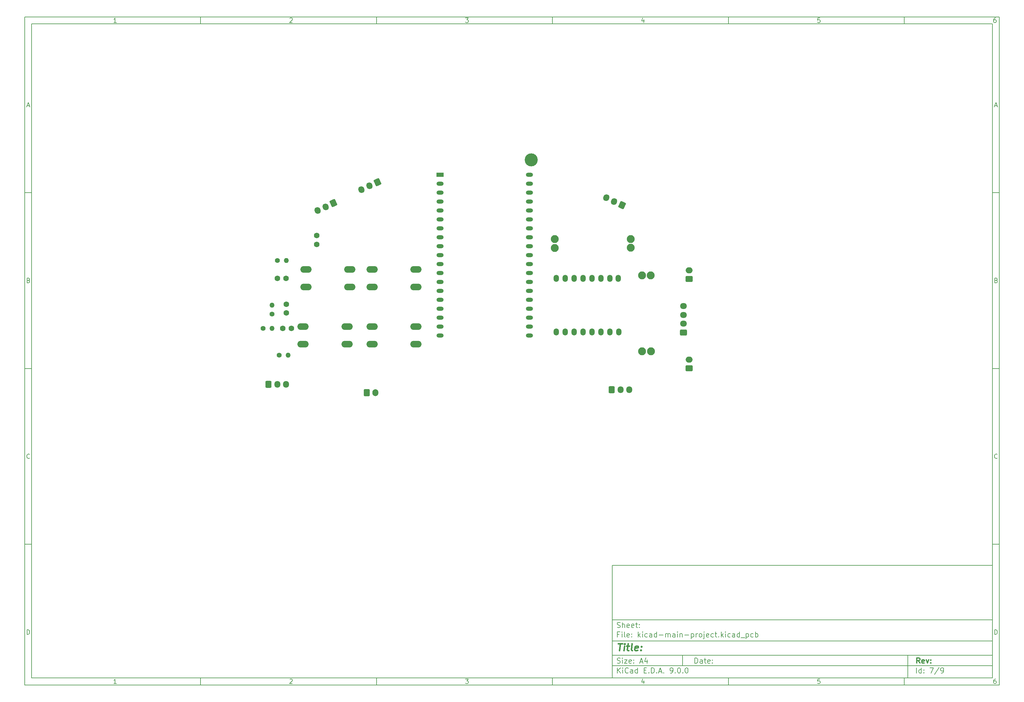
<source format=gbr>
%TF.GenerationSoftware,KiCad,Pcbnew,9.0.0*%
%TF.CreationDate,2025-05-10T22:05:33+07:00*%
%TF.ProjectId,kicad-main-project,6b696361-642d-46d6-9169-6e2d70726f6a,rev?*%
%TF.SameCoordinates,Original*%
%TF.FileFunction,Soldermask,Top*%
%TF.FilePolarity,Negative*%
%FSLAX46Y46*%
G04 Gerber Fmt 4.6, Leading zero omitted, Abs format (unit mm)*
G04 Created by KiCad (PCBNEW 9.0.0) date 2025-05-10 22:05:33*
%MOMM*%
%LPD*%
G01*
G04 APERTURE LIST*
G04 Aperture macros list*
%AMRoundRect*
0 Rectangle with rounded corners*
0 $1 Rounding radius*
0 $2 $3 $4 $5 $6 $7 $8 $9 X,Y pos of 4 corners*
0 Add a 4 corners polygon primitive as box body*
4,1,4,$2,$3,$4,$5,$6,$7,$8,$9,$2,$3,0*
0 Add four circle primitives for the rounded corners*
1,1,$1+$1,$2,$3*
1,1,$1+$1,$4,$5*
1,1,$1+$1,$6,$7*
1,1,$1+$1,$8,$9*
0 Add four rect primitives between the rounded corners*
20,1,$1+$1,$2,$3,$4,$5,0*
20,1,$1+$1,$4,$5,$6,$7,0*
20,1,$1+$1,$6,$7,$8,$9,0*
20,1,$1+$1,$8,$9,$2,$3,0*%
%AMHorizOval*
0 Thick line with rounded ends*
0 $1 width*
0 $2 $3 position (X,Y) of the first rounded end (center of the circle)*
0 $4 $5 position (X,Y) of the second rounded end (center of the circle)*
0 Add line between two ends*
20,1,$1,$2,$3,$4,$5,0*
0 Add two circle primitives to create the rounded ends*
1,1,$1,$2,$3*
1,1,$1,$4,$5*%
G04 Aperture macros list end*
%ADD10C,0.100000*%
%ADD11C,0.150000*%
%ADD12C,0.300000*%
%ADD13C,0.400000*%
%ADD14RoundRect,0.250000X0.750000X-0.600000X0.750000X0.600000X-0.750000X0.600000X-0.750000X-0.600000X0*%
%ADD15O,2.000000X1.700000*%
%ADD16O,1.950000X1.700000*%
%ADD17RoundRect,0.250000X0.725000X-0.600000X0.725000X0.600000X-0.725000X0.600000X-0.725000X-0.600000X0*%
%ADD18C,3.700000*%
%ADD19O,3.200000X1.900000*%
%ADD20O,1.500000X2.000000*%
%ADD21C,1.600000*%
%ADD22RoundRect,0.250000X-0.600000X-0.725000X0.600000X-0.725000X0.600000X0.725000X-0.600000X0.725000X0*%
%ADD23O,1.700000X1.950000*%
%ADD24C,1.400000*%
%ADD25O,1.400000X1.400000*%
%ADD26C,2.250000*%
%ADD27RoundRect,0.250000X0.237386X0.910644X-0.850183X0.403502X-0.237386X-0.910644X0.850183X-0.403502X0*%
%ADD28HorizOval,1.700000X-0.052827X0.113288X0.052827X-0.113288X0*%
%ADD29RoundRect,0.250000X-0.600000X-0.750000X0.600000X-0.750000X0.600000X0.750000X-0.600000X0.750000X0*%
%ADD30O,1.700000X2.000000*%
%ADD31R,2.000000X1.200000*%
%ADD32O,2.000000X1.200000*%
%ADD33RoundRect,0.250000X0.850183X0.403502X-0.237386X0.910644X-0.850183X-0.403502X0.237386X-0.910644X0*%
%ADD34HorizOval,1.700000X0.052827X0.113288X-0.052827X-0.113288X0*%
G04 APERTURE END LIST*
D10*
D11*
X177002200Y-166007200D02*
X285002200Y-166007200D01*
X285002200Y-198007200D01*
X177002200Y-198007200D01*
X177002200Y-166007200D01*
D10*
D11*
X10000000Y-10000000D02*
X287002200Y-10000000D01*
X287002200Y-200007200D01*
X10000000Y-200007200D01*
X10000000Y-10000000D01*
D10*
D11*
X12000000Y-12000000D02*
X285002200Y-12000000D01*
X285002200Y-198007200D01*
X12000000Y-198007200D01*
X12000000Y-12000000D01*
D10*
D11*
X60000000Y-12000000D02*
X60000000Y-10000000D01*
D10*
D11*
X110000000Y-12000000D02*
X110000000Y-10000000D01*
D10*
D11*
X160000000Y-12000000D02*
X160000000Y-10000000D01*
D10*
D11*
X210000000Y-12000000D02*
X210000000Y-10000000D01*
D10*
D11*
X260000000Y-12000000D02*
X260000000Y-10000000D01*
D10*
D11*
X36089160Y-11593604D02*
X35346303Y-11593604D01*
X35717731Y-11593604D02*
X35717731Y-10293604D01*
X35717731Y-10293604D02*
X35593922Y-10479319D01*
X35593922Y-10479319D02*
X35470112Y-10603128D01*
X35470112Y-10603128D02*
X35346303Y-10665033D01*
D10*
D11*
X85346303Y-10417414D02*
X85408207Y-10355509D01*
X85408207Y-10355509D02*
X85532017Y-10293604D01*
X85532017Y-10293604D02*
X85841541Y-10293604D01*
X85841541Y-10293604D02*
X85965350Y-10355509D01*
X85965350Y-10355509D02*
X86027255Y-10417414D01*
X86027255Y-10417414D02*
X86089160Y-10541223D01*
X86089160Y-10541223D02*
X86089160Y-10665033D01*
X86089160Y-10665033D02*
X86027255Y-10850747D01*
X86027255Y-10850747D02*
X85284398Y-11593604D01*
X85284398Y-11593604D02*
X86089160Y-11593604D01*
D10*
D11*
X135284398Y-10293604D02*
X136089160Y-10293604D01*
X136089160Y-10293604D02*
X135655826Y-10788842D01*
X135655826Y-10788842D02*
X135841541Y-10788842D01*
X135841541Y-10788842D02*
X135965350Y-10850747D01*
X135965350Y-10850747D02*
X136027255Y-10912652D01*
X136027255Y-10912652D02*
X136089160Y-11036461D01*
X136089160Y-11036461D02*
X136089160Y-11345985D01*
X136089160Y-11345985D02*
X136027255Y-11469795D01*
X136027255Y-11469795D02*
X135965350Y-11531700D01*
X135965350Y-11531700D02*
X135841541Y-11593604D01*
X135841541Y-11593604D02*
X135470112Y-11593604D01*
X135470112Y-11593604D02*
X135346303Y-11531700D01*
X135346303Y-11531700D02*
X135284398Y-11469795D01*
D10*
D11*
X185965350Y-10726938D02*
X185965350Y-11593604D01*
X185655826Y-10231700D02*
X185346303Y-11160271D01*
X185346303Y-11160271D02*
X186151064Y-11160271D01*
D10*
D11*
X236027255Y-10293604D02*
X235408207Y-10293604D01*
X235408207Y-10293604D02*
X235346303Y-10912652D01*
X235346303Y-10912652D02*
X235408207Y-10850747D01*
X235408207Y-10850747D02*
X235532017Y-10788842D01*
X235532017Y-10788842D02*
X235841541Y-10788842D01*
X235841541Y-10788842D02*
X235965350Y-10850747D01*
X235965350Y-10850747D02*
X236027255Y-10912652D01*
X236027255Y-10912652D02*
X236089160Y-11036461D01*
X236089160Y-11036461D02*
X236089160Y-11345985D01*
X236089160Y-11345985D02*
X236027255Y-11469795D01*
X236027255Y-11469795D02*
X235965350Y-11531700D01*
X235965350Y-11531700D02*
X235841541Y-11593604D01*
X235841541Y-11593604D02*
X235532017Y-11593604D01*
X235532017Y-11593604D02*
X235408207Y-11531700D01*
X235408207Y-11531700D02*
X235346303Y-11469795D01*
D10*
D11*
X285965350Y-10293604D02*
X285717731Y-10293604D01*
X285717731Y-10293604D02*
X285593922Y-10355509D01*
X285593922Y-10355509D02*
X285532017Y-10417414D01*
X285532017Y-10417414D02*
X285408207Y-10603128D01*
X285408207Y-10603128D02*
X285346303Y-10850747D01*
X285346303Y-10850747D02*
X285346303Y-11345985D01*
X285346303Y-11345985D02*
X285408207Y-11469795D01*
X285408207Y-11469795D02*
X285470112Y-11531700D01*
X285470112Y-11531700D02*
X285593922Y-11593604D01*
X285593922Y-11593604D02*
X285841541Y-11593604D01*
X285841541Y-11593604D02*
X285965350Y-11531700D01*
X285965350Y-11531700D02*
X286027255Y-11469795D01*
X286027255Y-11469795D02*
X286089160Y-11345985D01*
X286089160Y-11345985D02*
X286089160Y-11036461D01*
X286089160Y-11036461D02*
X286027255Y-10912652D01*
X286027255Y-10912652D02*
X285965350Y-10850747D01*
X285965350Y-10850747D02*
X285841541Y-10788842D01*
X285841541Y-10788842D02*
X285593922Y-10788842D01*
X285593922Y-10788842D02*
X285470112Y-10850747D01*
X285470112Y-10850747D02*
X285408207Y-10912652D01*
X285408207Y-10912652D02*
X285346303Y-11036461D01*
D10*
D11*
X60000000Y-198007200D02*
X60000000Y-200007200D01*
D10*
D11*
X110000000Y-198007200D02*
X110000000Y-200007200D01*
D10*
D11*
X160000000Y-198007200D02*
X160000000Y-200007200D01*
D10*
D11*
X210000000Y-198007200D02*
X210000000Y-200007200D01*
D10*
D11*
X260000000Y-198007200D02*
X260000000Y-200007200D01*
D10*
D11*
X36089160Y-199600804D02*
X35346303Y-199600804D01*
X35717731Y-199600804D02*
X35717731Y-198300804D01*
X35717731Y-198300804D02*
X35593922Y-198486519D01*
X35593922Y-198486519D02*
X35470112Y-198610328D01*
X35470112Y-198610328D02*
X35346303Y-198672233D01*
D10*
D11*
X85346303Y-198424614D02*
X85408207Y-198362709D01*
X85408207Y-198362709D02*
X85532017Y-198300804D01*
X85532017Y-198300804D02*
X85841541Y-198300804D01*
X85841541Y-198300804D02*
X85965350Y-198362709D01*
X85965350Y-198362709D02*
X86027255Y-198424614D01*
X86027255Y-198424614D02*
X86089160Y-198548423D01*
X86089160Y-198548423D02*
X86089160Y-198672233D01*
X86089160Y-198672233D02*
X86027255Y-198857947D01*
X86027255Y-198857947D02*
X85284398Y-199600804D01*
X85284398Y-199600804D02*
X86089160Y-199600804D01*
D10*
D11*
X135284398Y-198300804D02*
X136089160Y-198300804D01*
X136089160Y-198300804D02*
X135655826Y-198796042D01*
X135655826Y-198796042D02*
X135841541Y-198796042D01*
X135841541Y-198796042D02*
X135965350Y-198857947D01*
X135965350Y-198857947D02*
X136027255Y-198919852D01*
X136027255Y-198919852D02*
X136089160Y-199043661D01*
X136089160Y-199043661D02*
X136089160Y-199353185D01*
X136089160Y-199353185D02*
X136027255Y-199476995D01*
X136027255Y-199476995D02*
X135965350Y-199538900D01*
X135965350Y-199538900D02*
X135841541Y-199600804D01*
X135841541Y-199600804D02*
X135470112Y-199600804D01*
X135470112Y-199600804D02*
X135346303Y-199538900D01*
X135346303Y-199538900D02*
X135284398Y-199476995D01*
D10*
D11*
X185965350Y-198734138D02*
X185965350Y-199600804D01*
X185655826Y-198238900D02*
X185346303Y-199167471D01*
X185346303Y-199167471D02*
X186151064Y-199167471D01*
D10*
D11*
X236027255Y-198300804D02*
X235408207Y-198300804D01*
X235408207Y-198300804D02*
X235346303Y-198919852D01*
X235346303Y-198919852D02*
X235408207Y-198857947D01*
X235408207Y-198857947D02*
X235532017Y-198796042D01*
X235532017Y-198796042D02*
X235841541Y-198796042D01*
X235841541Y-198796042D02*
X235965350Y-198857947D01*
X235965350Y-198857947D02*
X236027255Y-198919852D01*
X236027255Y-198919852D02*
X236089160Y-199043661D01*
X236089160Y-199043661D02*
X236089160Y-199353185D01*
X236089160Y-199353185D02*
X236027255Y-199476995D01*
X236027255Y-199476995D02*
X235965350Y-199538900D01*
X235965350Y-199538900D02*
X235841541Y-199600804D01*
X235841541Y-199600804D02*
X235532017Y-199600804D01*
X235532017Y-199600804D02*
X235408207Y-199538900D01*
X235408207Y-199538900D02*
X235346303Y-199476995D01*
D10*
D11*
X285965350Y-198300804D02*
X285717731Y-198300804D01*
X285717731Y-198300804D02*
X285593922Y-198362709D01*
X285593922Y-198362709D02*
X285532017Y-198424614D01*
X285532017Y-198424614D02*
X285408207Y-198610328D01*
X285408207Y-198610328D02*
X285346303Y-198857947D01*
X285346303Y-198857947D02*
X285346303Y-199353185D01*
X285346303Y-199353185D02*
X285408207Y-199476995D01*
X285408207Y-199476995D02*
X285470112Y-199538900D01*
X285470112Y-199538900D02*
X285593922Y-199600804D01*
X285593922Y-199600804D02*
X285841541Y-199600804D01*
X285841541Y-199600804D02*
X285965350Y-199538900D01*
X285965350Y-199538900D02*
X286027255Y-199476995D01*
X286027255Y-199476995D02*
X286089160Y-199353185D01*
X286089160Y-199353185D02*
X286089160Y-199043661D01*
X286089160Y-199043661D02*
X286027255Y-198919852D01*
X286027255Y-198919852D02*
X285965350Y-198857947D01*
X285965350Y-198857947D02*
X285841541Y-198796042D01*
X285841541Y-198796042D02*
X285593922Y-198796042D01*
X285593922Y-198796042D02*
X285470112Y-198857947D01*
X285470112Y-198857947D02*
X285408207Y-198919852D01*
X285408207Y-198919852D02*
X285346303Y-199043661D01*
D10*
D11*
X10000000Y-60000000D02*
X12000000Y-60000000D01*
D10*
D11*
X10000000Y-110000000D02*
X12000000Y-110000000D01*
D10*
D11*
X10000000Y-160000000D02*
X12000000Y-160000000D01*
D10*
D11*
X10690476Y-35222176D02*
X11309523Y-35222176D01*
X10566666Y-35593604D02*
X10999999Y-34293604D01*
X10999999Y-34293604D02*
X11433333Y-35593604D01*
D10*
D11*
X11092857Y-84912652D02*
X11278571Y-84974557D01*
X11278571Y-84974557D02*
X11340476Y-85036461D01*
X11340476Y-85036461D02*
X11402380Y-85160271D01*
X11402380Y-85160271D02*
X11402380Y-85345985D01*
X11402380Y-85345985D02*
X11340476Y-85469795D01*
X11340476Y-85469795D02*
X11278571Y-85531700D01*
X11278571Y-85531700D02*
X11154761Y-85593604D01*
X11154761Y-85593604D02*
X10659523Y-85593604D01*
X10659523Y-85593604D02*
X10659523Y-84293604D01*
X10659523Y-84293604D02*
X11092857Y-84293604D01*
X11092857Y-84293604D02*
X11216666Y-84355509D01*
X11216666Y-84355509D02*
X11278571Y-84417414D01*
X11278571Y-84417414D02*
X11340476Y-84541223D01*
X11340476Y-84541223D02*
X11340476Y-84665033D01*
X11340476Y-84665033D02*
X11278571Y-84788842D01*
X11278571Y-84788842D02*
X11216666Y-84850747D01*
X11216666Y-84850747D02*
X11092857Y-84912652D01*
X11092857Y-84912652D02*
X10659523Y-84912652D01*
D10*
D11*
X11402380Y-135469795D02*
X11340476Y-135531700D01*
X11340476Y-135531700D02*
X11154761Y-135593604D01*
X11154761Y-135593604D02*
X11030952Y-135593604D01*
X11030952Y-135593604D02*
X10845238Y-135531700D01*
X10845238Y-135531700D02*
X10721428Y-135407890D01*
X10721428Y-135407890D02*
X10659523Y-135284080D01*
X10659523Y-135284080D02*
X10597619Y-135036461D01*
X10597619Y-135036461D02*
X10597619Y-134850747D01*
X10597619Y-134850747D02*
X10659523Y-134603128D01*
X10659523Y-134603128D02*
X10721428Y-134479319D01*
X10721428Y-134479319D02*
X10845238Y-134355509D01*
X10845238Y-134355509D02*
X11030952Y-134293604D01*
X11030952Y-134293604D02*
X11154761Y-134293604D01*
X11154761Y-134293604D02*
X11340476Y-134355509D01*
X11340476Y-134355509D02*
X11402380Y-134417414D01*
D10*
D11*
X10659523Y-185593604D02*
X10659523Y-184293604D01*
X10659523Y-184293604D02*
X10969047Y-184293604D01*
X10969047Y-184293604D02*
X11154761Y-184355509D01*
X11154761Y-184355509D02*
X11278571Y-184479319D01*
X11278571Y-184479319D02*
X11340476Y-184603128D01*
X11340476Y-184603128D02*
X11402380Y-184850747D01*
X11402380Y-184850747D02*
X11402380Y-185036461D01*
X11402380Y-185036461D02*
X11340476Y-185284080D01*
X11340476Y-185284080D02*
X11278571Y-185407890D01*
X11278571Y-185407890D02*
X11154761Y-185531700D01*
X11154761Y-185531700D02*
X10969047Y-185593604D01*
X10969047Y-185593604D02*
X10659523Y-185593604D01*
D10*
D11*
X287002200Y-60000000D02*
X285002200Y-60000000D01*
D10*
D11*
X287002200Y-110000000D02*
X285002200Y-110000000D01*
D10*
D11*
X287002200Y-160000000D02*
X285002200Y-160000000D01*
D10*
D11*
X285692676Y-35222176D02*
X286311723Y-35222176D01*
X285568866Y-35593604D02*
X286002199Y-34293604D01*
X286002199Y-34293604D02*
X286435533Y-35593604D01*
D10*
D11*
X286095057Y-84912652D02*
X286280771Y-84974557D01*
X286280771Y-84974557D02*
X286342676Y-85036461D01*
X286342676Y-85036461D02*
X286404580Y-85160271D01*
X286404580Y-85160271D02*
X286404580Y-85345985D01*
X286404580Y-85345985D02*
X286342676Y-85469795D01*
X286342676Y-85469795D02*
X286280771Y-85531700D01*
X286280771Y-85531700D02*
X286156961Y-85593604D01*
X286156961Y-85593604D02*
X285661723Y-85593604D01*
X285661723Y-85593604D02*
X285661723Y-84293604D01*
X285661723Y-84293604D02*
X286095057Y-84293604D01*
X286095057Y-84293604D02*
X286218866Y-84355509D01*
X286218866Y-84355509D02*
X286280771Y-84417414D01*
X286280771Y-84417414D02*
X286342676Y-84541223D01*
X286342676Y-84541223D02*
X286342676Y-84665033D01*
X286342676Y-84665033D02*
X286280771Y-84788842D01*
X286280771Y-84788842D02*
X286218866Y-84850747D01*
X286218866Y-84850747D02*
X286095057Y-84912652D01*
X286095057Y-84912652D02*
X285661723Y-84912652D01*
D10*
D11*
X286404580Y-135469795D02*
X286342676Y-135531700D01*
X286342676Y-135531700D02*
X286156961Y-135593604D01*
X286156961Y-135593604D02*
X286033152Y-135593604D01*
X286033152Y-135593604D02*
X285847438Y-135531700D01*
X285847438Y-135531700D02*
X285723628Y-135407890D01*
X285723628Y-135407890D02*
X285661723Y-135284080D01*
X285661723Y-135284080D02*
X285599819Y-135036461D01*
X285599819Y-135036461D02*
X285599819Y-134850747D01*
X285599819Y-134850747D02*
X285661723Y-134603128D01*
X285661723Y-134603128D02*
X285723628Y-134479319D01*
X285723628Y-134479319D02*
X285847438Y-134355509D01*
X285847438Y-134355509D02*
X286033152Y-134293604D01*
X286033152Y-134293604D02*
X286156961Y-134293604D01*
X286156961Y-134293604D02*
X286342676Y-134355509D01*
X286342676Y-134355509D02*
X286404580Y-134417414D01*
D10*
D11*
X285661723Y-185593604D02*
X285661723Y-184293604D01*
X285661723Y-184293604D02*
X285971247Y-184293604D01*
X285971247Y-184293604D02*
X286156961Y-184355509D01*
X286156961Y-184355509D02*
X286280771Y-184479319D01*
X286280771Y-184479319D02*
X286342676Y-184603128D01*
X286342676Y-184603128D02*
X286404580Y-184850747D01*
X286404580Y-184850747D02*
X286404580Y-185036461D01*
X286404580Y-185036461D02*
X286342676Y-185284080D01*
X286342676Y-185284080D02*
X286280771Y-185407890D01*
X286280771Y-185407890D02*
X286156961Y-185531700D01*
X286156961Y-185531700D02*
X285971247Y-185593604D01*
X285971247Y-185593604D02*
X285661723Y-185593604D01*
D10*
D11*
X200458026Y-193793328D02*
X200458026Y-192293328D01*
X200458026Y-192293328D02*
X200815169Y-192293328D01*
X200815169Y-192293328D02*
X201029455Y-192364757D01*
X201029455Y-192364757D02*
X201172312Y-192507614D01*
X201172312Y-192507614D02*
X201243741Y-192650471D01*
X201243741Y-192650471D02*
X201315169Y-192936185D01*
X201315169Y-192936185D02*
X201315169Y-193150471D01*
X201315169Y-193150471D02*
X201243741Y-193436185D01*
X201243741Y-193436185D02*
X201172312Y-193579042D01*
X201172312Y-193579042D02*
X201029455Y-193721900D01*
X201029455Y-193721900D02*
X200815169Y-193793328D01*
X200815169Y-193793328D02*
X200458026Y-193793328D01*
X202600884Y-193793328D02*
X202600884Y-193007614D01*
X202600884Y-193007614D02*
X202529455Y-192864757D01*
X202529455Y-192864757D02*
X202386598Y-192793328D01*
X202386598Y-192793328D02*
X202100884Y-192793328D01*
X202100884Y-192793328D02*
X201958026Y-192864757D01*
X202600884Y-193721900D02*
X202458026Y-193793328D01*
X202458026Y-193793328D02*
X202100884Y-193793328D01*
X202100884Y-193793328D02*
X201958026Y-193721900D01*
X201958026Y-193721900D02*
X201886598Y-193579042D01*
X201886598Y-193579042D02*
X201886598Y-193436185D01*
X201886598Y-193436185D02*
X201958026Y-193293328D01*
X201958026Y-193293328D02*
X202100884Y-193221900D01*
X202100884Y-193221900D02*
X202458026Y-193221900D01*
X202458026Y-193221900D02*
X202600884Y-193150471D01*
X203100884Y-192793328D02*
X203672312Y-192793328D01*
X203315169Y-192293328D02*
X203315169Y-193579042D01*
X203315169Y-193579042D02*
X203386598Y-193721900D01*
X203386598Y-193721900D02*
X203529455Y-193793328D01*
X203529455Y-193793328D02*
X203672312Y-193793328D01*
X204743741Y-193721900D02*
X204600884Y-193793328D01*
X204600884Y-193793328D02*
X204315170Y-193793328D01*
X204315170Y-193793328D02*
X204172312Y-193721900D01*
X204172312Y-193721900D02*
X204100884Y-193579042D01*
X204100884Y-193579042D02*
X204100884Y-193007614D01*
X204100884Y-193007614D02*
X204172312Y-192864757D01*
X204172312Y-192864757D02*
X204315170Y-192793328D01*
X204315170Y-192793328D02*
X204600884Y-192793328D01*
X204600884Y-192793328D02*
X204743741Y-192864757D01*
X204743741Y-192864757D02*
X204815170Y-193007614D01*
X204815170Y-193007614D02*
X204815170Y-193150471D01*
X204815170Y-193150471D02*
X204100884Y-193293328D01*
X205458026Y-193650471D02*
X205529455Y-193721900D01*
X205529455Y-193721900D02*
X205458026Y-193793328D01*
X205458026Y-193793328D02*
X205386598Y-193721900D01*
X205386598Y-193721900D02*
X205458026Y-193650471D01*
X205458026Y-193650471D02*
X205458026Y-193793328D01*
X205458026Y-192864757D02*
X205529455Y-192936185D01*
X205529455Y-192936185D02*
X205458026Y-193007614D01*
X205458026Y-193007614D02*
X205386598Y-192936185D01*
X205386598Y-192936185D02*
X205458026Y-192864757D01*
X205458026Y-192864757D02*
X205458026Y-193007614D01*
D10*
D11*
X177002200Y-194507200D02*
X285002200Y-194507200D01*
D10*
D11*
X178458026Y-196593328D02*
X178458026Y-195093328D01*
X179315169Y-196593328D02*
X178672312Y-195736185D01*
X179315169Y-195093328D02*
X178458026Y-195950471D01*
X179958026Y-196593328D02*
X179958026Y-195593328D01*
X179958026Y-195093328D02*
X179886598Y-195164757D01*
X179886598Y-195164757D02*
X179958026Y-195236185D01*
X179958026Y-195236185D02*
X180029455Y-195164757D01*
X180029455Y-195164757D02*
X179958026Y-195093328D01*
X179958026Y-195093328D02*
X179958026Y-195236185D01*
X181529455Y-196450471D02*
X181458027Y-196521900D01*
X181458027Y-196521900D02*
X181243741Y-196593328D01*
X181243741Y-196593328D02*
X181100884Y-196593328D01*
X181100884Y-196593328D02*
X180886598Y-196521900D01*
X180886598Y-196521900D02*
X180743741Y-196379042D01*
X180743741Y-196379042D02*
X180672312Y-196236185D01*
X180672312Y-196236185D02*
X180600884Y-195950471D01*
X180600884Y-195950471D02*
X180600884Y-195736185D01*
X180600884Y-195736185D02*
X180672312Y-195450471D01*
X180672312Y-195450471D02*
X180743741Y-195307614D01*
X180743741Y-195307614D02*
X180886598Y-195164757D01*
X180886598Y-195164757D02*
X181100884Y-195093328D01*
X181100884Y-195093328D02*
X181243741Y-195093328D01*
X181243741Y-195093328D02*
X181458027Y-195164757D01*
X181458027Y-195164757D02*
X181529455Y-195236185D01*
X182815170Y-196593328D02*
X182815170Y-195807614D01*
X182815170Y-195807614D02*
X182743741Y-195664757D01*
X182743741Y-195664757D02*
X182600884Y-195593328D01*
X182600884Y-195593328D02*
X182315170Y-195593328D01*
X182315170Y-195593328D02*
X182172312Y-195664757D01*
X182815170Y-196521900D02*
X182672312Y-196593328D01*
X182672312Y-196593328D02*
X182315170Y-196593328D01*
X182315170Y-196593328D02*
X182172312Y-196521900D01*
X182172312Y-196521900D02*
X182100884Y-196379042D01*
X182100884Y-196379042D02*
X182100884Y-196236185D01*
X182100884Y-196236185D02*
X182172312Y-196093328D01*
X182172312Y-196093328D02*
X182315170Y-196021900D01*
X182315170Y-196021900D02*
X182672312Y-196021900D01*
X182672312Y-196021900D02*
X182815170Y-195950471D01*
X184172313Y-196593328D02*
X184172313Y-195093328D01*
X184172313Y-196521900D02*
X184029455Y-196593328D01*
X184029455Y-196593328D02*
X183743741Y-196593328D01*
X183743741Y-196593328D02*
X183600884Y-196521900D01*
X183600884Y-196521900D02*
X183529455Y-196450471D01*
X183529455Y-196450471D02*
X183458027Y-196307614D01*
X183458027Y-196307614D02*
X183458027Y-195879042D01*
X183458027Y-195879042D02*
X183529455Y-195736185D01*
X183529455Y-195736185D02*
X183600884Y-195664757D01*
X183600884Y-195664757D02*
X183743741Y-195593328D01*
X183743741Y-195593328D02*
X184029455Y-195593328D01*
X184029455Y-195593328D02*
X184172313Y-195664757D01*
X186029455Y-195807614D02*
X186529455Y-195807614D01*
X186743741Y-196593328D02*
X186029455Y-196593328D01*
X186029455Y-196593328D02*
X186029455Y-195093328D01*
X186029455Y-195093328D02*
X186743741Y-195093328D01*
X187386598Y-196450471D02*
X187458027Y-196521900D01*
X187458027Y-196521900D02*
X187386598Y-196593328D01*
X187386598Y-196593328D02*
X187315170Y-196521900D01*
X187315170Y-196521900D02*
X187386598Y-196450471D01*
X187386598Y-196450471D02*
X187386598Y-196593328D01*
X188100884Y-196593328D02*
X188100884Y-195093328D01*
X188100884Y-195093328D02*
X188458027Y-195093328D01*
X188458027Y-195093328D02*
X188672313Y-195164757D01*
X188672313Y-195164757D02*
X188815170Y-195307614D01*
X188815170Y-195307614D02*
X188886599Y-195450471D01*
X188886599Y-195450471D02*
X188958027Y-195736185D01*
X188958027Y-195736185D02*
X188958027Y-195950471D01*
X188958027Y-195950471D02*
X188886599Y-196236185D01*
X188886599Y-196236185D02*
X188815170Y-196379042D01*
X188815170Y-196379042D02*
X188672313Y-196521900D01*
X188672313Y-196521900D02*
X188458027Y-196593328D01*
X188458027Y-196593328D02*
X188100884Y-196593328D01*
X189600884Y-196450471D02*
X189672313Y-196521900D01*
X189672313Y-196521900D02*
X189600884Y-196593328D01*
X189600884Y-196593328D02*
X189529456Y-196521900D01*
X189529456Y-196521900D02*
X189600884Y-196450471D01*
X189600884Y-196450471D02*
X189600884Y-196593328D01*
X190243742Y-196164757D02*
X190958028Y-196164757D01*
X190100885Y-196593328D02*
X190600885Y-195093328D01*
X190600885Y-195093328D02*
X191100885Y-196593328D01*
X191600884Y-196450471D02*
X191672313Y-196521900D01*
X191672313Y-196521900D02*
X191600884Y-196593328D01*
X191600884Y-196593328D02*
X191529456Y-196521900D01*
X191529456Y-196521900D02*
X191600884Y-196450471D01*
X191600884Y-196450471D02*
X191600884Y-196593328D01*
X193529456Y-196593328D02*
X193815170Y-196593328D01*
X193815170Y-196593328D02*
X193958027Y-196521900D01*
X193958027Y-196521900D02*
X194029456Y-196450471D01*
X194029456Y-196450471D02*
X194172313Y-196236185D01*
X194172313Y-196236185D02*
X194243742Y-195950471D01*
X194243742Y-195950471D02*
X194243742Y-195379042D01*
X194243742Y-195379042D02*
X194172313Y-195236185D01*
X194172313Y-195236185D02*
X194100885Y-195164757D01*
X194100885Y-195164757D02*
X193958027Y-195093328D01*
X193958027Y-195093328D02*
X193672313Y-195093328D01*
X193672313Y-195093328D02*
X193529456Y-195164757D01*
X193529456Y-195164757D02*
X193458027Y-195236185D01*
X193458027Y-195236185D02*
X193386599Y-195379042D01*
X193386599Y-195379042D02*
X193386599Y-195736185D01*
X193386599Y-195736185D02*
X193458027Y-195879042D01*
X193458027Y-195879042D02*
X193529456Y-195950471D01*
X193529456Y-195950471D02*
X193672313Y-196021900D01*
X193672313Y-196021900D02*
X193958027Y-196021900D01*
X193958027Y-196021900D02*
X194100885Y-195950471D01*
X194100885Y-195950471D02*
X194172313Y-195879042D01*
X194172313Y-195879042D02*
X194243742Y-195736185D01*
X194886598Y-196450471D02*
X194958027Y-196521900D01*
X194958027Y-196521900D02*
X194886598Y-196593328D01*
X194886598Y-196593328D02*
X194815170Y-196521900D01*
X194815170Y-196521900D02*
X194886598Y-196450471D01*
X194886598Y-196450471D02*
X194886598Y-196593328D01*
X195886599Y-195093328D02*
X196029456Y-195093328D01*
X196029456Y-195093328D02*
X196172313Y-195164757D01*
X196172313Y-195164757D02*
X196243742Y-195236185D01*
X196243742Y-195236185D02*
X196315170Y-195379042D01*
X196315170Y-195379042D02*
X196386599Y-195664757D01*
X196386599Y-195664757D02*
X196386599Y-196021900D01*
X196386599Y-196021900D02*
X196315170Y-196307614D01*
X196315170Y-196307614D02*
X196243742Y-196450471D01*
X196243742Y-196450471D02*
X196172313Y-196521900D01*
X196172313Y-196521900D02*
X196029456Y-196593328D01*
X196029456Y-196593328D02*
X195886599Y-196593328D01*
X195886599Y-196593328D02*
X195743742Y-196521900D01*
X195743742Y-196521900D02*
X195672313Y-196450471D01*
X195672313Y-196450471D02*
X195600884Y-196307614D01*
X195600884Y-196307614D02*
X195529456Y-196021900D01*
X195529456Y-196021900D02*
X195529456Y-195664757D01*
X195529456Y-195664757D02*
X195600884Y-195379042D01*
X195600884Y-195379042D02*
X195672313Y-195236185D01*
X195672313Y-195236185D02*
X195743742Y-195164757D01*
X195743742Y-195164757D02*
X195886599Y-195093328D01*
X197029455Y-196450471D02*
X197100884Y-196521900D01*
X197100884Y-196521900D02*
X197029455Y-196593328D01*
X197029455Y-196593328D02*
X196958027Y-196521900D01*
X196958027Y-196521900D02*
X197029455Y-196450471D01*
X197029455Y-196450471D02*
X197029455Y-196593328D01*
X198029456Y-195093328D02*
X198172313Y-195093328D01*
X198172313Y-195093328D02*
X198315170Y-195164757D01*
X198315170Y-195164757D02*
X198386599Y-195236185D01*
X198386599Y-195236185D02*
X198458027Y-195379042D01*
X198458027Y-195379042D02*
X198529456Y-195664757D01*
X198529456Y-195664757D02*
X198529456Y-196021900D01*
X198529456Y-196021900D02*
X198458027Y-196307614D01*
X198458027Y-196307614D02*
X198386599Y-196450471D01*
X198386599Y-196450471D02*
X198315170Y-196521900D01*
X198315170Y-196521900D02*
X198172313Y-196593328D01*
X198172313Y-196593328D02*
X198029456Y-196593328D01*
X198029456Y-196593328D02*
X197886599Y-196521900D01*
X197886599Y-196521900D02*
X197815170Y-196450471D01*
X197815170Y-196450471D02*
X197743741Y-196307614D01*
X197743741Y-196307614D02*
X197672313Y-196021900D01*
X197672313Y-196021900D02*
X197672313Y-195664757D01*
X197672313Y-195664757D02*
X197743741Y-195379042D01*
X197743741Y-195379042D02*
X197815170Y-195236185D01*
X197815170Y-195236185D02*
X197886599Y-195164757D01*
X197886599Y-195164757D02*
X198029456Y-195093328D01*
D10*
D11*
X177002200Y-191507200D02*
X285002200Y-191507200D01*
D10*
D12*
X264413853Y-193785528D02*
X263913853Y-193071242D01*
X263556710Y-193785528D02*
X263556710Y-192285528D01*
X263556710Y-192285528D02*
X264128139Y-192285528D01*
X264128139Y-192285528D02*
X264270996Y-192356957D01*
X264270996Y-192356957D02*
X264342425Y-192428385D01*
X264342425Y-192428385D02*
X264413853Y-192571242D01*
X264413853Y-192571242D02*
X264413853Y-192785528D01*
X264413853Y-192785528D02*
X264342425Y-192928385D01*
X264342425Y-192928385D02*
X264270996Y-192999814D01*
X264270996Y-192999814D02*
X264128139Y-193071242D01*
X264128139Y-193071242D02*
X263556710Y-193071242D01*
X265628139Y-193714100D02*
X265485282Y-193785528D01*
X265485282Y-193785528D02*
X265199568Y-193785528D01*
X265199568Y-193785528D02*
X265056710Y-193714100D01*
X265056710Y-193714100D02*
X264985282Y-193571242D01*
X264985282Y-193571242D02*
X264985282Y-192999814D01*
X264985282Y-192999814D02*
X265056710Y-192856957D01*
X265056710Y-192856957D02*
X265199568Y-192785528D01*
X265199568Y-192785528D02*
X265485282Y-192785528D01*
X265485282Y-192785528D02*
X265628139Y-192856957D01*
X265628139Y-192856957D02*
X265699568Y-192999814D01*
X265699568Y-192999814D02*
X265699568Y-193142671D01*
X265699568Y-193142671D02*
X264985282Y-193285528D01*
X266199567Y-192785528D02*
X266556710Y-193785528D01*
X266556710Y-193785528D02*
X266913853Y-192785528D01*
X267485281Y-193642671D02*
X267556710Y-193714100D01*
X267556710Y-193714100D02*
X267485281Y-193785528D01*
X267485281Y-193785528D02*
X267413853Y-193714100D01*
X267413853Y-193714100D02*
X267485281Y-193642671D01*
X267485281Y-193642671D02*
X267485281Y-193785528D01*
X267485281Y-192856957D02*
X267556710Y-192928385D01*
X267556710Y-192928385D02*
X267485281Y-192999814D01*
X267485281Y-192999814D02*
X267413853Y-192928385D01*
X267413853Y-192928385D02*
X267485281Y-192856957D01*
X267485281Y-192856957D02*
X267485281Y-192999814D01*
D10*
D11*
X178386598Y-193721900D02*
X178600884Y-193793328D01*
X178600884Y-193793328D02*
X178958026Y-193793328D01*
X178958026Y-193793328D02*
X179100884Y-193721900D01*
X179100884Y-193721900D02*
X179172312Y-193650471D01*
X179172312Y-193650471D02*
X179243741Y-193507614D01*
X179243741Y-193507614D02*
X179243741Y-193364757D01*
X179243741Y-193364757D02*
X179172312Y-193221900D01*
X179172312Y-193221900D02*
X179100884Y-193150471D01*
X179100884Y-193150471D02*
X178958026Y-193079042D01*
X178958026Y-193079042D02*
X178672312Y-193007614D01*
X178672312Y-193007614D02*
X178529455Y-192936185D01*
X178529455Y-192936185D02*
X178458026Y-192864757D01*
X178458026Y-192864757D02*
X178386598Y-192721900D01*
X178386598Y-192721900D02*
X178386598Y-192579042D01*
X178386598Y-192579042D02*
X178458026Y-192436185D01*
X178458026Y-192436185D02*
X178529455Y-192364757D01*
X178529455Y-192364757D02*
X178672312Y-192293328D01*
X178672312Y-192293328D02*
X179029455Y-192293328D01*
X179029455Y-192293328D02*
X179243741Y-192364757D01*
X179886597Y-193793328D02*
X179886597Y-192793328D01*
X179886597Y-192293328D02*
X179815169Y-192364757D01*
X179815169Y-192364757D02*
X179886597Y-192436185D01*
X179886597Y-192436185D02*
X179958026Y-192364757D01*
X179958026Y-192364757D02*
X179886597Y-192293328D01*
X179886597Y-192293328D02*
X179886597Y-192436185D01*
X180458026Y-192793328D02*
X181243741Y-192793328D01*
X181243741Y-192793328D02*
X180458026Y-193793328D01*
X180458026Y-193793328D02*
X181243741Y-193793328D01*
X182386598Y-193721900D02*
X182243741Y-193793328D01*
X182243741Y-193793328D02*
X181958027Y-193793328D01*
X181958027Y-193793328D02*
X181815169Y-193721900D01*
X181815169Y-193721900D02*
X181743741Y-193579042D01*
X181743741Y-193579042D02*
X181743741Y-193007614D01*
X181743741Y-193007614D02*
X181815169Y-192864757D01*
X181815169Y-192864757D02*
X181958027Y-192793328D01*
X181958027Y-192793328D02*
X182243741Y-192793328D01*
X182243741Y-192793328D02*
X182386598Y-192864757D01*
X182386598Y-192864757D02*
X182458027Y-193007614D01*
X182458027Y-193007614D02*
X182458027Y-193150471D01*
X182458027Y-193150471D02*
X181743741Y-193293328D01*
X183100883Y-193650471D02*
X183172312Y-193721900D01*
X183172312Y-193721900D02*
X183100883Y-193793328D01*
X183100883Y-193793328D02*
X183029455Y-193721900D01*
X183029455Y-193721900D02*
X183100883Y-193650471D01*
X183100883Y-193650471D02*
X183100883Y-193793328D01*
X183100883Y-192864757D02*
X183172312Y-192936185D01*
X183172312Y-192936185D02*
X183100883Y-193007614D01*
X183100883Y-193007614D02*
X183029455Y-192936185D01*
X183029455Y-192936185D02*
X183100883Y-192864757D01*
X183100883Y-192864757D02*
X183100883Y-193007614D01*
X184886598Y-193364757D02*
X185600884Y-193364757D01*
X184743741Y-193793328D02*
X185243741Y-192293328D01*
X185243741Y-192293328D02*
X185743741Y-193793328D01*
X186886598Y-192793328D02*
X186886598Y-193793328D01*
X186529455Y-192221900D02*
X186172312Y-193293328D01*
X186172312Y-193293328D02*
X187100883Y-193293328D01*
D10*
D11*
X263458026Y-196593328D02*
X263458026Y-195093328D01*
X264815170Y-196593328D02*
X264815170Y-195093328D01*
X264815170Y-196521900D02*
X264672312Y-196593328D01*
X264672312Y-196593328D02*
X264386598Y-196593328D01*
X264386598Y-196593328D02*
X264243741Y-196521900D01*
X264243741Y-196521900D02*
X264172312Y-196450471D01*
X264172312Y-196450471D02*
X264100884Y-196307614D01*
X264100884Y-196307614D02*
X264100884Y-195879042D01*
X264100884Y-195879042D02*
X264172312Y-195736185D01*
X264172312Y-195736185D02*
X264243741Y-195664757D01*
X264243741Y-195664757D02*
X264386598Y-195593328D01*
X264386598Y-195593328D02*
X264672312Y-195593328D01*
X264672312Y-195593328D02*
X264815170Y-195664757D01*
X265529455Y-196450471D02*
X265600884Y-196521900D01*
X265600884Y-196521900D02*
X265529455Y-196593328D01*
X265529455Y-196593328D02*
X265458027Y-196521900D01*
X265458027Y-196521900D02*
X265529455Y-196450471D01*
X265529455Y-196450471D02*
X265529455Y-196593328D01*
X265529455Y-195664757D02*
X265600884Y-195736185D01*
X265600884Y-195736185D02*
X265529455Y-195807614D01*
X265529455Y-195807614D02*
X265458027Y-195736185D01*
X265458027Y-195736185D02*
X265529455Y-195664757D01*
X265529455Y-195664757D02*
X265529455Y-195807614D01*
X267243741Y-195093328D02*
X268243741Y-195093328D01*
X268243741Y-195093328D02*
X267600884Y-196593328D01*
X269886598Y-195021900D02*
X268600884Y-196950471D01*
X270458027Y-196593328D02*
X270743741Y-196593328D01*
X270743741Y-196593328D02*
X270886598Y-196521900D01*
X270886598Y-196521900D02*
X270958027Y-196450471D01*
X270958027Y-196450471D02*
X271100884Y-196236185D01*
X271100884Y-196236185D02*
X271172313Y-195950471D01*
X271172313Y-195950471D02*
X271172313Y-195379042D01*
X271172313Y-195379042D02*
X271100884Y-195236185D01*
X271100884Y-195236185D02*
X271029456Y-195164757D01*
X271029456Y-195164757D02*
X270886598Y-195093328D01*
X270886598Y-195093328D02*
X270600884Y-195093328D01*
X270600884Y-195093328D02*
X270458027Y-195164757D01*
X270458027Y-195164757D02*
X270386598Y-195236185D01*
X270386598Y-195236185D02*
X270315170Y-195379042D01*
X270315170Y-195379042D02*
X270315170Y-195736185D01*
X270315170Y-195736185D02*
X270386598Y-195879042D01*
X270386598Y-195879042D02*
X270458027Y-195950471D01*
X270458027Y-195950471D02*
X270600884Y-196021900D01*
X270600884Y-196021900D02*
X270886598Y-196021900D01*
X270886598Y-196021900D02*
X271029456Y-195950471D01*
X271029456Y-195950471D02*
X271100884Y-195879042D01*
X271100884Y-195879042D02*
X271172313Y-195736185D01*
D10*
D11*
X177002200Y-187507200D02*
X285002200Y-187507200D01*
D10*
D13*
X178693928Y-188211638D02*
X179836785Y-188211638D01*
X179015357Y-190211638D02*
X179265357Y-188211638D01*
X180253452Y-190211638D02*
X180420119Y-188878304D01*
X180503452Y-188211638D02*
X180396309Y-188306876D01*
X180396309Y-188306876D02*
X180479643Y-188402114D01*
X180479643Y-188402114D02*
X180586786Y-188306876D01*
X180586786Y-188306876D02*
X180503452Y-188211638D01*
X180503452Y-188211638D02*
X180479643Y-188402114D01*
X181086786Y-188878304D02*
X181848690Y-188878304D01*
X181455833Y-188211638D02*
X181241548Y-189925923D01*
X181241548Y-189925923D02*
X181312976Y-190116400D01*
X181312976Y-190116400D02*
X181491548Y-190211638D01*
X181491548Y-190211638D02*
X181682024Y-190211638D01*
X182634405Y-190211638D02*
X182455833Y-190116400D01*
X182455833Y-190116400D02*
X182384405Y-189925923D01*
X182384405Y-189925923D02*
X182598690Y-188211638D01*
X184170119Y-190116400D02*
X183967738Y-190211638D01*
X183967738Y-190211638D02*
X183586785Y-190211638D01*
X183586785Y-190211638D02*
X183408214Y-190116400D01*
X183408214Y-190116400D02*
X183336785Y-189925923D01*
X183336785Y-189925923D02*
X183432024Y-189164019D01*
X183432024Y-189164019D02*
X183551071Y-188973542D01*
X183551071Y-188973542D02*
X183753452Y-188878304D01*
X183753452Y-188878304D02*
X184134404Y-188878304D01*
X184134404Y-188878304D02*
X184312976Y-188973542D01*
X184312976Y-188973542D02*
X184384404Y-189164019D01*
X184384404Y-189164019D02*
X184360595Y-189354495D01*
X184360595Y-189354495D02*
X183384404Y-189544971D01*
X185134405Y-190021161D02*
X185217738Y-190116400D01*
X185217738Y-190116400D02*
X185110595Y-190211638D01*
X185110595Y-190211638D02*
X185027262Y-190116400D01*
X185027262Y-190116400D02*
X185134405Y-190021161D01*
X185134405Y-190021161D02*
X185110595Y-190211638D01*
X185265357Y-188973542D02*
X185348690Y-189068780D01*
X185348690Y-189068780D02*
X185241548Y-189164019D01*
X185241548Y-189164019D02*
X185158214Y-189068780D01*
X185158214Y-189068780D02*
X185265357Y-188973542D01*
X185265357Y-188973542D02*
X185241548Y-189164019D01*
D10*
D11*
X178958026Y-185607614D02*
X178458026Y-185607614D01*
X178458026Y-186393328D02*
X178458026Y-184893328D01*
X178458026Y-184893328D02*
X179172312Y-184893328D01*
X179743740Y-186393328D02*
X179743740Y-185393328D01*
X179743740Y-184893328D02*
X179672312Y-184964757D01*
X179672312Y-184964757D02*
X179743740Y-185036185D01*
X179743740Y-185036185D02*
X179815169Y-184964757D01*
X179815169Y-184964757D02*
X179743740Y-184893328D01*
X179743740Y-184893328D02*
X179743740Y-185036185D01*
X180672312Y-186393328D02*
X180529455Y-186321900D01*
X180529455Y-186321900D02*
X180458026Y-186179042D01*
X180458026Y-186179042D02*
X180458026Y-184893328D01*
X181815169Y-186321900D02*
X181672312Y-186393328D01*
X181672312Y-186393328D02*
X181386598Y-186393328D01*
X181386598Y-186393328D02*
X181243740Y-186321900D01*
X181243740Y-186321900D02*
X181172312Y-186179042D01*
X181172312Y-186179042D02*
X181172312Y-185607614D01*
X181172312Y-185607614D02*
X181243740Y-185464757D01*
X181243740Y-185464757D02*
X181386598Y-185393328D01*
X181386598Y-185393328D02*
X181672312Y-185393328D01*
X181672312Y-185393328D02*
X181815169Y-185464757D01*
X181815169Y-185464757D02*
X181886598Y-185607614D01*
X181886598Y-185607614D02*
X181886598Y-185750471D01*
X181886598Y-185750471D02*
X181172312Y-185893328D01*
X182529454Y-186250471D02*
X182600883Y-186321900D01*
X182600883Y-186321900D02*
X182529454Y-186393328D01*
X182529454Y-186393328D02*
X182458026Y-186321900D01*
X182458026Y-186321900D02*
X182529454Y-186250471D01*
X182529454Y-186250471D02*
X182529454Y-186393328D01*
X182529454Y-185464757D02*
X182600883Y-185536185D01*
X182600883Y-185536185D02*
X182529454Y-185607614D01*
X182529454Y-185607614D02*
X182458026Y-185536185D01*
X182458026Y-185536185D02*
X182529454Y-185464757D01*
X182529454Y-185464757D02*
X182529454Y-185607614D01*
X184386597Y-186393328D02*
X184386597Y-184893328D01*
X184529455Y-185821900D02*
X184958026Y-186393328D01*
X184958026Y-185393328D02*
X184386597Y-185964757D01*
X185600883Y-186393328D02*
X185600883Y-185393328D01*
X185600883Y-184893328D02*
X185529455Y-184964757D01*
X185529455Y-184964757D02*
X185600883Y-185036185D01*
X185600883Y-185036185D02*
X185672312Y-184964757D01*
X185672312Y-184964757D02*
X185600883Y-184893328D01*
X185600883Y-184893328D02*
X185600883Y-185036185D01*
X186958027Y-186321900D02*
X186815169Y-186393328D01*
X186815169Y-186393328D02*
X186529455Y-186393328D01*
X186529455Y-186393328D02*
X186386598Y-186321900D01*
X186386598Y-186321900D02*
X186315169Y-186250471D01*
X186315169Y-186250471D02*
X186243741Y-186107614D01*
X186243741Y-186107614D02*
X186243741Y-185679042D01*
X186243741Y-185679042D02*
X186315169Y-185536185D01*
X186315169Y-185536185D02*
X186386598Y-185464757D01*
X186386598Y-185464757D02*
X186529455Y-185393328D01*
X186529455Y-185393328D02*
X186815169Y-185393328D01*
X186815169Y-185393328D02*
X186958027Y-185464757D01*
X188243741Y-186393328D02*
X188243741Y-185607614D01*
X188243741Y-185607614D02*
X188172312Y-185464757D01*
X188172312Y-185464757D02*
X188029455Y-185393328D01*
X188029455Y-185393328D02*
X187743741Y-185393328D01*
X187743741Y-185393328D02*
X187600883Y-185464757D01*
X188243741Y-186321900D02*
X188100883Y-186393328D01*
X188100883Y-186393328D02*
X187743741Y-186393328D01*
X187743741Y-186393328D02*
X187600883Y-186321900D01*
X187600883Y-186321900D02*
X187529455Y-186179042D01*
X187529455Y-186179042D02*
X187529455Y-186036185D01*
X187529455Y-186036185D02*
X187600883Y-185893328D01*
X187600883Y-185893328D02*
X187743741Y-185821900D01*
X187743741Y-185821900D02*
X188100883Y-185821900D01*
X188100883Y-185821900D02*
X188243741Y-185750471D01*
X189600884Y-186393328D02*
X189600884Y-184893328D01*
X189600884Y-186321900D02*
X189458026Y-186393328D01*
X189458026Y-186393328D02*
X189172312Y-186393328D01*
X189172312Y-186393328D02*
X189029455Y-186321900D01*
X189029455Y-186321900D02*
X188958026Y-186250471D01*
X188958026Y-186250471D02*
X188886598Y-186107614D01*
X188886598Y-186107614D02*
X188886598Y-185679042D01*
X188886598Y-185679042D02*
X188958026Y-185536185D01*
X188958026Y-185536185D02*
X189029455Y-185464757D01*
X189029455Y-185464757D02*
X189172312Y-185393328D01*
X189172312Y-185393328D02*
X189458026Y-185393328D01*
X189458026Y-185393328D02*
X189600884Y-185464757D01*
X190315169Y-185821900D02*
X191458027Y-185821900D01*
X192172312Y-186393328D02*
X192172312Y-185393328D01*
X192172312Y-185536185D02*
X192243741Y-185464757D01*
X192243741Y-185464757D02*
X192386598Y-185393328D01*
X192386598Y-185393328D02*
X192600884Y-185393328D01*
X192600884Y-185393328D02*
X192743741Y-185464757D01*
X192743741Y-185464757D02*
X192815170Y-185607614D01*
X192815170Y-185607614D02*
X192815170Y-186393328D01*
X192815170Y-185607614D02*
X192886598Y-185464757D01*
X192886598Y-185464757D02*
X193029455Y-185393328D01*
X193029455Y-185393328D02*
X193243741Y-185393328D01*
X193243741Y-185393328D02*
X193386598Y-185464757D01*
X193386598Y-185464757D02*
X193458027Y-185607614D01*
X193458027Y-185607614D02*
X193458027Y-186393328D01*
X194815170Y-186393328D02*
X194815170Y-185607614D01*
X194815170Y-185607614D02*
X194743741Y-185464757D01*
X194743741Y-185464757D02*
X194600884Y-185393328D01*
X194600884Y-185393328D02*
X194315170Y-185393328D01*
X194315170Y-185393328D02*
X194172312Y-185464757D01*
X194815170Y-186321900D02*
X194672312Y-186393328D01*
X194672312Y-186393328D02*
X194315170Y-186393328D01*
X194315170Y-186393328D02*
X194172312Y-186321900D01*
X194172312Y-186321900D02*
X194100884Y-186179042D01*
X194100884Y-186179042D02*
X194100884Y-186036185D01*
X194100884Y-186036185D02*
X194172312Y-185893328D01*
X194172312Y-185893328D02*
X194315170Y-185821900D01*
X194315170Y-185821900D02*
X194672312Y-185821900D01*
X194672312Y-185821900D02*
X194815170Y-185750471D01*
X195529455Y-186393328D02*
X195529455Y-185393328D01*
X195529455Y-184893328D02*
X195458027Y-184964757D01*
X195458027Y-184964757D02*
X195529455Y-185036185D01*
X195529455Y-185036185D02*
X195600884Y-184964757D01*
X195600884Y-184964757D02*
X195529455Y-184893328D01*
X195529455Y-184893328D02*
X195529455Y-185036185D01*
X196243741Y-185393328D02*
X196243741Y-186393328D01*
X196243741Y-185536185D02*
X196315170Y-185464757D01*
X196315170Y-185464757D02*
X196458027Y-185393328D01*
X196458027Y-185393328D02*
X196672313Y-185393328D01*
X196672313Y-185393328D02*
X196815170Y-185464757D01*
X196815170Y-185464757D02*
X196886599Y-185607614D01*
X196886599Y-185607614D02*
X196886599Y-186393328D01*
X197600884Y-185821900D02*
X198743742Y-185821900D01*
X199458027Y-185393328D02*
X199458027Y-186893328D01*
X199458027Y-185464757D02*
X199600885Y-185393328D01*
X199600885Y-185393328D02*
X199886599Y-185393328D01*
X199886599Y-185393328D02*
X200029456Y-185464757D01*
X200029456Y-185464757D02*
X200100885Y-185536185D01*
X200100885Y-185536185D02*
X200172313Y-185679042D01*
X200172313Y-185679042D02*
X200172313Y-186107614D01*
X200172313Y-186107614D02*
X200100885Y-186250471D01*
X200100885Y-186250471D02*
X200029456Y-186321900D01*
X200029456Y-186321900D02*
X199886599Y-186393328D01*
X199886599Y-186393328D02*
X199600885Y-186393328D01*
X199600885Y-186393328D02*
X199458027Y-186321900D01*
X200815170Y-186393328D02*
X200815170Y-185393328D01*
X200815170Y-185679042D02*
X200886599Y-185536185D01*
X200886599Y-185536185D02*
X200958028Y-185464757D01*
X200958028Y-185464757D02*
X201100885Y-185393328D01*
X201100885Y-185393328D02*
X201243742Y-185393328D01*
X201958027Y-186393328D02*
X201815170Y-186321900D01*
X201815170Y-186321900D02*
X201743741Y-186250471D01*
X201743741Y-186250471D02*
X201672313Y-186107614D01*
X201672313Y-186107614D02*
X201672313Y-185679042D01*
X201672313Y-185679042D02*
X201743741Y-185536185D01*
X201743741Y-185536185D02*
X201815170Y-185464757D01*
X201815170Y-185464757D02*
X201958027Y-185393328D01*
X201958027Y-185393328D02*
X202172313Y-185393328D01*
X202172313Y-185393328D02*
X202315170Y-185464757D01*
X202315170Y-185464757D02*
X202386599Y-185536185D01*
X202386599Y-185536185D02*
X202458027Y-185679042D01*
X202458027Y-185679042D02*
X202458027Y-186107614D01*
X202458027Y-186107614D02*
X202386599Y-186250471D01*
X202386599Y-186250471D02*
X202315170Y-186321900D01*
X202315170Y-186321900D02*
X202172313Y-186393328D01*
X202172313Y-186393328D02*
X201958027Y-186393328D01*
X203100884Y-185393328D02*
X203100884Y-186679042D01*
X203100884Y-186679042D02*
X203029456Y-186821900D01*
X203029456Y-186821900D02*
X202886599Y-186893328D01*
X202886599Y-186893328D02*
X202815170Y-186893328D01*
X203100884Y-184893328D02*
X203029456Y-184964757D01*
X203029456Y-184964757D02*
X203100884Y-185036185D01*
X203100884Y-185036185D02*
X203172313Y-184964757D01*
X203172313Y-184964757D02*
X203100884Y-184893328D01*
X203100884Y-184893328D02*
X203100884Y-185036185D01*
X204386599Y-186321900D02*
X204243742Y-186393328D01*
X204243742Y-186393328D02*
X203958028Y-186393328D01*
X203958028Y-186393328D02*
X203815170Y-186321900D01*
X203815170Y-186321900D02*
X203743742Y-186179042D01*
X203743742Y-186179042D02*
X203743742Y-185607614D01*
X203743742Y-185607614D02*
X203815170Y-185464757D01*
X203815170Y-185464757D02*
X203958028Y-185393328D01*
X203958028Y-185393328D02*
X204243742Y-185393328D01*
X204243742Y-185393328D02*
X204386599Y-185464757D01*
X204386599Y-185464757D02*
X204458028Y-185607614D01*
X204458028Y-185607614D02*
X204458028Y-185750471D01*
X204458028Y-185750471D02*
X203743742Y-185893328D01*
X205743742Y-186321900D02*
X205600884Y-186393328D01*
X205600884Y-186393328D02*
X205315170Y-186393328D01*
X205315170Y-186393328D02*
X205172313Y-186321900D01*
X205172313Y-186321900D02*
X205100884Y-186250471D01*
X205100884Y-186250471D02*
X205029456Y-186107614D01*
X205029456Y-186107614D02*
X205029456Y-185679042D01*
X205029456Y-185679042D02*
X205100884Y-185536185D01*
X205100884Y-185536185D02*
X205172313Y-185464757D01*
X205172313Y-185464757D02*
X205315170Y-185393328D01*
X205315170Y-185393328D02*
X205600884Y-185393328D01*
X205600884Y-185393328D02*
X205743742Y-185464757D01*
X206172313Y-185393328D02*
X206743741Y-185393328D01*
X206386598Y-184893328D02*
X206386598Y-186179042D01*
X206386598Y-186179042D02*
X206458027Y-186321900D01*
X206458027Y-186321900D02*
X206600884Y-186393328D01*
X206600884Y-186393328D02*
X206743741Y-186393328D01*
X207243741Y-186250471D02*
X207315170Y-186321900D01*
X207315170Y-186321900D02*
X207243741Y-186393328D01*
X207243741Y-186393328D02*
X207172313Y-186321900D01*
X207172313Y-186321900D02*
X207243741Y-186250471D01*
X207243741Y-186250471D02*
X207243741Y-186393328D01*
X207958027Y-186393328D02*
X207958027Y-184893328D01*
X208100885Y-185821900D02*
X208529456Y-186393328D01*
X208529456Y-185393328D02*
X207958027Y-185964757D01*
X209172313Y-186393328D02*
X209172313Y-185393328D01*
X209172313Y-184893328D02*
X209100885Y-184964757D01*
X209100885Y-184964757D02*
X209172313Y-185036185D01*
X209172313Y-185036185D02*
X209243742Y-184964757D01*
X209243742Y-184964757D02*
X209172313Y-184893328D01*
X209172313Y-184893328D02*
X209172313Y-185036185D01*
X210529457Y-186321900D02*
X210386599Y-186393328D01*
X210386599Y-186393328D02*
X210100885Y-186393328D01*
X210100885Y-186393328D02*
X209958028Y-186321900D01*
X209958028Y-186321900D02*
X209886599Y-186250471D01*
X209886599Y-186250471D02*
X209815171Y-186107614D01*
X209815171Y-186107614D02*
X209815171Y-185679042D01*
X209815171Y-185679042D02*
X209886599Y-185536185D01*
X209886599Y-185536185D02*
X209958028Y-185464757D01*
X209958028Y-185464757D02*
X210100885Y-185393328D01*
X210100885Y-185393328D02*
X210386599Y-185393328D01*
X210386599Y-185393328D02*
X210529457Y-185464757D01*
X211815171Y-186393328D02*
X211815171Y-185607614D01*
X211815171Y-185607614D02*
X211743742Y-185464757D01*
X211743742Y-185464757D02*
X211600885Y-185393328D01*
X211600885Y-185393328D02*
X211315171Y-185393328D01*
X211315171Y-185393328D02*
X211172313Y-185464757D01*
X211815171Y-186321900D02*
X211672313Y-186393328D01*
X211672313Y-186393328D02*
X211315171Y-186393328D01*
X211315171Y-186393328D02*
X211172313Y-186321900D01*
X211172313Y-186321900D02*
X211100885Y-186179042D01*
X211100885Y-186179042D02*
X211100885Y-186036185D01*
X211100885Y-186036185D02*
X211172313Y-185893328D01*
X211172313Y-185893328D02*
X211315171Y-185821900D01*
X211315171Y-185821900D02*
X211672313Y-185821900D01*
X211672313Y-185821900D02*
X211815171Y-185750471D01*
X213172314Y-186393328D02*
X213172314Y-184893328D01*
X213172314Y-186321900D02*
X213029456Y-186393328D01*
X213029456Y-186393328D02*
X212743742Y-186393328D01*
X212743742Y-186393328D02*
X212600885Y-186321900D01*
X212600885Y-186321900D02*
X212529456Y-186250471D01*
X212529456Y-186250471D02*
X212458028Y-186107614D01*
X212458028Y-186107614D02*
X212458028Y-185679042D01*
X212458028Y-185679042D02*
X212529456Y-185536185D01*
X212529456Y-185536185D02*
X212600885Y-185464757D01*
X212600885Y-185464757D02*
X212743742Y-185393328D01*
X212743742Y-185393328D02*
X213029456Y-185393328D01*
X213029456Y-185393328D02*
X213172314Y-185464757D01*
X213529457Y-186536185D02*
X214672314Y-186536185D01*
X215029456Y-185393328D02*
X215029456Y-186893328D01*
X215029456Y-185464757D02*
X215172314Y-185393328D01*
X215172314Y-185393328D02*
X215458028Y-185393328D01*
X215458028Y-185393328D02*
X215600885Y-185464757D01*
X215600885Y-185464757D02*
X215672314Y-185536185D01*
X215672314Y-185536185D02*
X215743742Y-185679042D01*
X215743742Y-185679042D02*
X215743742Y-186107614D01*
X215743742Y-186107614D02*
X215672314Y-186250471D01*
X215672314Y-186250471D02*
X215600885Y-186321900D01*
X215600885Y-186321900D02*
X215458028Y-186393328D01*
X215458028Y-186393328D02*
X215172314Y-186393328D01*
X215172314Y-186393328D02*
X215029456Y-186321900D01*
X217029457Y-186321900D02*
X216886599Y-186393328D01*
X216886599Y-186393328D02*
X216600885Y-186393328D01*
X216600885Y-186393328D02*
X216458028Y-186321900D01*
X216458028Y-186321900D02*
X216386599Y-186250471D01*
X216386599Y-186250471D02*
X216315171Y-186107614D01*
X216315171Y-186107614D02*
X216315171Y-185679042D01*
X216315171Y-185679042D02*
X216386599Y-185536185D01*
X216386599Y-185536185D02*
X216458028Y-185464757D01*
X216458028Y-185464757D02*
X216600885Y-185393328D01*
X216600885Y-185393328D02*
X216886599Y-185393328D01*
X216886599Y-185393328D02*
X217029457Y-185464757D01*
X217672313Y-186393328D02*
X217672313Y-184893328D01*
X217672313Y-185464757D02*
X217815171Y-185393328D01*
X217815171Y-185393328D02*
X218100885Y-185393328D01*
X218100885Y-185393328D02*
X218243742Y-185464757D01*
X218243742Y-185464757D02*
X218315171Y-185536185D01*
X218315171Y-185536185D02*
X218386599Y-185679042D01*
X218386599Y-185679042D02*
X218386599Y-186107614D01*
X218386599Y-186107614D02*
X218315171Y-186250471D01*
X218315171Y-186250471D02*
X218243742Y-186321900D01*
X218243742Y-186321900D02*
X218100885Y-186393328D01*
X218100885Y-186393328D02*
X217815171Y-186393328D01*
X217815171Y-186393328D02*
X217672313Y-186321900D01*
D10*
D11*
X177002200Y-181507200D02*
X285002200Y-181507200D01*
D10*
D11*
X178386598Y-183621900D02*
X178600884Y-183693328D01*
X178600884Y-183693328D02*
X178958026Y-183693328D01*
X178958026Y-183693328D02*
X179100884Y-183621900D01*
X179100884Y-183621900D02*
X179172312Y-183550471D01*
X179172312Y-183550471D02*
X179243741Y-183407614D01*
X179243741Y-183407614D02*
X179243741Y-183264757D01*
X179243741Y-183264757D02*
X179172312Y-183121900D01*
X179172312Y-183121900D02*
X179100884Y-183050471D01*
X179100884Y-183050471D02*
X178958026Y-182979042D01*
X178958026Y-182979042D02*
X178672312Y-182907614D01*
X178672312Y-182907614D02*
X178529455Y-182836185D01*
X178529455Y-182836185D02*
X178458026Y-182764757D01*
X178458026Y-182764757D02*
X178386598Y-182621900D01*
X178386598Y-182621900D02*
X178386598Y-182479042D01*
X178386598Y-182479042D02*
X178458026Y-182336185D01*
X178458026Y-182336185D02*
X178529455Y-182264757D01*
X178529455Y-182264757D02*
X178672312Y-182193328D01*
X178672312Y-182193328D02*
X179029455Y-182193328D01*
X179029455Y-182193328D02*
X179243741Y-182264757D01*
X179886597Y-183693328D02*
X179886597Y-182193328D01*
X180529455Y-183693328D02*
X180529455Y-182907614D01*
X180529455Y-182907614D02*
X180458026Y-182764757D01*
X180458026Y-182764757D02*
X180315169Y-182693328D01*
X180315169Y-182693328D02*
X180100883Y-182693328D01*
X180100883Y-182693328D02*
X179958026Y-182764757D01*
X179958026Y-182764757D02*
X179886597Y-182836185D01*
X181815169Y-183621900D02*
X181672312Y-183693328D01*
X181672312Y-183693328D02*
X181386598Y-183693328D01*
X181386598Y-183693328D02*
X181243740Y-183621900D01*
X181243740Y-183621900D02*
X181172312Y-183479042D01*
X181172312Y-183479042D02*
X181172312Y-182907614D01*
X181172312Y-182907614D02*
X181243740Y-182764757D01*
X181243740Y-182764757D02*
X181386598Y-182693328D01*
X181386598Y-182693328D02*
X181672312Y-182693328D01*
X181672312Y-182693328D02*
X181815169Y-182764757D01*
X181815169Y-182764757D02*
X181886598Y-182907614D01*
X181886598Y-182907614D02*
X181886598Y-183050471D01*
X181886598Y-183050471D02*
X181172312Y-183193328D01*
X183100883Y-183621900D02*
X182958026Y-183693328D01*
X182958026Y-183693328D02*
X182672312Y-183693328D01*
X182672312Y-183693328D02*
X182529454Y-183621900D01*
X182529454Y-183621900D02*
X182458026Y-183479042D01*
X182458026Y-183479042D02*
X182458026Y-182907614D01*
X182458026Y-182907614D02*
X182529454Y-182764757D01*
X182529454Y-182764757D02*
X182672312Y-182693328D01*
X182672312Y-182693328D02*
X182958026Y-182693328D01*
X182958026Y-182693328D02*
X183100883Y-182764757D01*
X183100883Y-182764757D02*
X183172312Y-182907614D01*
X183172312Y-182907614D02*
X183172312Y-183050471D01*
X183172312Y-183050471D02*
X182458026Y-183193328D01*
X183600883Y-182693328D02*
X184172311Y-182693328D01*
X183815168Y-182193328D02*
X183815168Y-183479042D01*
X183815168Y-183479042D02*
X183886597Y-183621900D01*
X183886597Y-183621900D02*
X184029454Y-183693328D01*
X184029454Y-183693328D02*
X184172311Y-183693328D01*
X184672311Y-183550471D02*
X184743740Y-183621900D01*
X184743740Y-183621900D02*
X184672311Y-183693328D01*
X184672311Y-183693328D02*
X184600883Y-183621900D01*
X184600883Y-183621900D02*
X184672311Y-183550471D01*
X184672311Y-183550471D02*
X184672311Y-183693328D01*
X184672311Y-182764757D02*
X184743740Y-182836185D01*
X184743740Y-182836185D02*
X184672311Y-182907614D01*
X184672311Y-182907614D02*
X184600883Y-182836185D01*
X184600883Y-182836185D02*
X184672311Y-182764757D01*
X184672311Y-182764757D02*
X184672311Y-182907614D01*
D10*
D11*
X197002200Y-191507200D02*
X197002200Y-194507200D01*
D10*
D11*
X261002200Y-191507200D02*
X261002200Y-198007200D01*
D14*
%TO.C,BT1*%
X198810000Y-84562000D03*
D15*
X198810000Y-82062000D03*
%TD*%
%TO.C,J2*%
X198810000Y-107462000D03*
D14*
X198810000Y-109962000D03*
%TD*%
D16*
%TO.C,U6*%
X197210000Y-92262000D03*
X197210000Y-94762000D03*
X197210000Y-97262000D03*
D17*
X197210000Y-99762000D03*
%TD*%
D18*
%TO.C,REF\u002A\u002A*%
X153950000Y-50700000D03*
%TD*%
D19*
%TO.C,SW2*%
X89100000Y-98044000D03*
X101600000Y-98044000D03*
X89100000Y-103044000D03*
X101600000Y-103044000D03*
%TD*%
%TO.C,SW1*%
X108712000Y-81788000D03*
X121212000Y-81788000D03*
X108712000Y-86788000D03*
X121212000Y-86788000D03*
%TD*%
D20*
%TO.C,U3*%
X161036000Y-99568000D03*
X163576000Y-99568000D03*
X166116000Y-99568000D03*
X168656000Y-99568000D03*
X171196000Y-99568000D03*
X173736000Y-99568000D03*
X176276000Y-99568000D03*
X178816000Y-99568000D03*
X161036000Y-84328000D03*
X163576000Y-84328000D03*
X166116000Y-84328000D03*
X168656000Y-84328000D03*
X171196000Y-84328000D03*
X173736000Y-84328000D03*
X176276000Y-84328000D03*
X178696000Y-84328000D03*
%TD*%
D21*
%TO.C,C1*%
X81788000Y-84328000D03*
X84288000Y-84328000D03*
%TD*%
D22*
%TO.C,U5*%
X176824000Y-116006000D03*
D23*
X179324000Y-116006000D03*
X181824000Y-116006000D03*
%TD*%
D24*
%TO.C,R3*%
X82296000Y-106172000D03*
D25*
X84836000Y-106172000D03*
%TD*%
D21*
%TO.C,C2*%
X83312000Y-98552000D03*
X85812000Y-98552000D03*
%TD*%
D19*
%TO.C,SW4*%
X108712000Y-98044000D03*
X121212000Y-98044000D03*
X108712000Y-103044000D03*
X121212000Y-103044000D03*
%TD*%
D22*
%TO.C,U4*%
X79288000Y-114482000D03*
D23*
X81788000Y-114482000D03*
X84288000Y-114482000D03*
%TD*%
D24*
%TO.C,R4*%
X80264000Y-94488000D03*
D25*
X80264000Y-91948000D03*
%TD*%
D19*
%TO.C,SW3*%
X89916000Y-81788000D03*
X102416000Y-81788000D03*
X89916000Y-86788000D03*
X102416000Y-86788000D03*
%TD*%
D26*
%TO.C,U2*%
X185444000Y-105060000D03*
X187984000Y-105060000D03*
X187944000Y-83480000D03*
X185444000Y-83480000D03*
%TD*%
D27*
%TO.C,U7*%
X97769769Y-62951455D03*
D28*
X95504000Y-64008000D03*
X93238230Y-65064546D03*
%TD*%
D29*
%TO.C,J1*%
X107188000Y-116840000D03*
D30*
X109688000Y-116840000D03*
%TD*%
D27*
%TO.C,U9*%
X110235614Y-57008124D03*
D28*
X107969845Y-58064671D03*
X105704075Y-59121215D03*
%TD*%
D21*
%TO.C,C3*%
X92964000Y-74676000D03*
X92964000Y-72176000D03*
%TD*%
D31*
%TO.C,U1*%
X128016000Y-54864000D03*
D32*
X128016000Y-57404000D03*
X128016000Y-59944000D03*
X128016000Y-62484000D03*
X128016000Y-65024000D03*
X128016000Y-67564000D03*
X128016000Y-70104000D03*
X128016000Y-72644000D03*
X128016000Y-75184000D03*
X128016000Y-77724000D03*
X128016000Y-80264000D03*
X128016000Y-82804000D03*
X128016000Y-85344000D03*
X128016000Y-87884000D03*
X128016000Y-90424000D03*
X128016000Y-92964000D03*
X128016000Y-95504000D03*
X128016000Y-98044000D03*
X128016000Y-100584000D03*
X153412320Y-100581280D03*
X153412320Y-98041280D03*
X153416000Y-95504000D03*
X153416000Y-92964000D03*
X153416000Y-90424000D03*
X153416000Y-87884000D03*
X153416000Y-85344000D03*
X153416000Y-82804000D03*
X153416000Y-80264000D03*
X153416000Y-77724000D03*
X153416000Y-75184000D03*
X153416000Y-72644000D03*
X153416000Y-70104000D03*
X153416000Y-67564000D03*
X153416000Y-65024000D03*
X153416000Y-62484000D03*
X153416000Y-59944000D03*
X153416000Y-57404000D03*
X153416000Y-54864000D03*
%TD*%
D24*
%TO.C,R1*%
X81788000Y-79248000D03*
D25*
X84328000Y-79248000D03*
%TD*%
D24*
%TO.C,R2*%
X77724000Y-98552000D03*
D25*
X80264000Y-98552000D03*
%TD*%
D33*
%TO.C,U10*%
X179791926Y-63540546D03*
D34*
X177526157Y-62483999D03*
X175260387Y-61427455D03*
%TD*%
D26*
%TO.C,U8*%
X160624000Y-73176000D03*
X160624000Y-75716000D03*
X182204000Y-75676000D03*
X182204000Y-73176000D03*
%TD*%
D21*
%TO.C,C4*%
X84328000Y-91714000D03*
X84328000Y-94214000D03*
%TD*%
M02*

</source>
